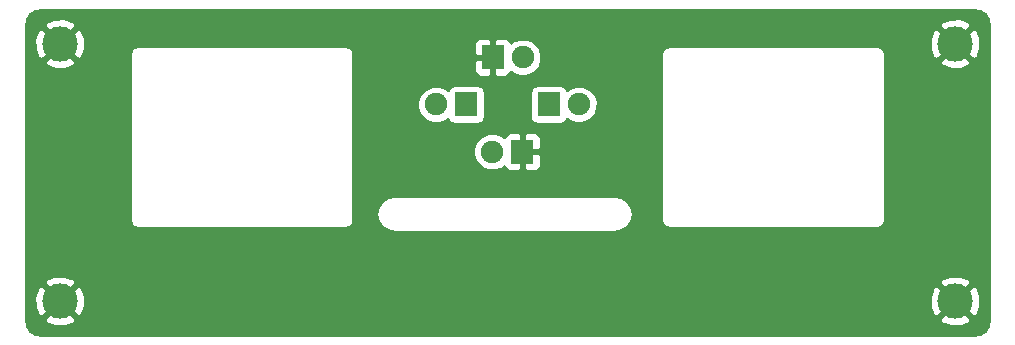
<source format=gbr>
G04 #@! TF.FileFunction,Copper,L1,Top,Signal*
%FSLAX46Y46*%
G04 Gerber Fmt 4.6, Leading zero omitted, Abs format (unit mm)*
G04 Created by KiCad (PCBNEW 4.0.6) date Sunday, 17 September 2017 'PMt' 18:00:55*
%MOMM*%
%LPD*%
G01*
G04 APERTURE LIST*
%ADD10C,0.100000*%
%ADD11C,3.000000*%
%ADD12R,1.900000X2.000000*%
%ADD13C,1.900000*%
%ADD14C,0.254000*%
G04 APERTURE END LIST*
D10*
D11*
X179400000Y-73600000D03*
X179400000Y-95400000D03*
X103600000Y-95400000D03*
X103600000Y-73600000D03*
D12*
X145000000Y-78750000D03*
D13*
X147540000Y-78750000D03*
D12*
X140250000Y-74750000D03*
D13*
X142790000Y-74750000D03*
D12*
X138000000Y-78750000D03*
D13*
X135460000Y-78750000D03*
D12*
X142750000Y-82750000D03*
D13*
X140210000Y-82750000D03*
D14*
G36*
X181488338Y-70821046D02*
X181902333Y-71097669D01*
X182178953Y-71511660D01*
X182290000Y-72069931D01*
X182290000Y-96930069D01*
X182178953Y-97488340D01*
X181902333Y-97902331D01*
X181488338Y-98178954D01*
X180930069Y-98290000D01*
X102069931Y-98290000D01*
X101511660Y-98178953D01*
X101097669Y-97902333D01*
X100821046Y-97488338D01*
X100710000Y-96930069D01*
X100710000Y-96913970D01*
X102265635Y-96913970D01*
X102425418Y-97232739D01*
X103216187Y-97542723D01*
X104065387Y-97526497D01*
X104774582Y-97232739D01*
X104934365Y-96913970D01*
X178065635Y-96913970D01*
X178225418Y-97232739D01*
X179016187Y-97542723D01*
X179865387Y-97526497D01*
X180574582Y-97232739D01*
X180734365Y-96913970D01*
X179400000Y-95579605D01*
X178065635Y-96913970D01*
X104934365Y-96913970D01*
X103600000Y-95579605D01*
X102265635Y-96913970D01*
X100710000Y-96913970D01*
X100710000Y-95016187D01*
X101457277Y-95016187D01*
X101473503Y-95865387D01*
X101767261Y-96574582D01*
X102086030Y-96734365D01*
X103420395Y-95400000D01*
X103779605Y-95400000D01*
X105113970Y-96734365D01*
X105432739Y-96574582D01*
X105742723Y-95783813D01*
X105728056Y-95016187D01*
X177257277Y-95016187D01*
X177273503Y-95865387D01*
X177567261Y-96574582D01*
X177886030Y-96734365D01*
X179220395Y-95400000D01*
X179579605Y-95400000D01*
X180913970Y-96734365D01*
X181232739Y-96574582D01*
X181542723Y-95783813D01*
X181526497Y-94934613D01*
X181232739Y-94225418D01*
X180913970Y-94065635D01*
X179579605Y-95400000D01*
X179220395Y-95400000D01*
X177886030Y-94065635D01*
X177567261Y-94225418D01*
X177257277Y-95016187D01*
X105728056Y-95016187D01*
X105726497Y-94934613D01*
X105432739Y-94225418D01*
X105113970Y-94065635D01*
X103779605Y-95400000D01*
X103420395Y-95400000D01*
X102086030Y-94065635D01*
X101767261Y-94225418D01*
X101457277Y-95016187D01*
X100710000Y-95016187D01*
X100710000Y-93886030D01*
X102265635Y-93886030D01*
X103600000Y-95220395D01*
X104934365Y-93886030D01*
X178065635Y-93886030D01*
X179400000Y-95220395D01*
X180734365Y-93886030D01*
X180574582Y-93567261D01*
X179783813Y-93257277D01*
X178934613Y-93273503D01*
X178225418Y-93567261D01*
X178065635Y-93886030D01*
X104934365Y-93886030D01*
X104774582Y-93567261D01*
X103983813Y-93257277D01*
X103134613Y-93273503D01*
X102425418Y-93567261D01*
X102265635Y-93886030D01*
X100710000Y-93886030D01*
X100710000Y-75113970D01*
X102265635Y-75113970D01*
X102425418Y-75432739D01*
X103216187Y-75742723D01*
X104065387Y-75726497D01*
X104774582Y-75432739D01*
X104934365Y-75113970D01*
X103600000Y-73779605D01*
X102265635Y-75113970D01*
X100710000Y-75113970D01*
X100710000Y-73216187D01*
X101457277Y-73216187D01*
X101473503Y-74065387D01*
X101767261Y-74774582D01*
X102086030Y-74934365D01*
X103420395Y-73600000D01*
X103779605Y-73600000D01*
X105113970Y-74934365D01*
X105432739Y-74774582D01*
X105540376Y-74500000D01*
X109540000Y-74500000D01*
X109540000Y-88500000D01*
X109594046Y-88771705D01*
X109747954Y-89002046D01*
X109978295Y-89155954D01*
X110250000Y-89210000D01*
X127750000Y-89210000D01*
X128021705Y-89155954D01*
X128252046Y-89002046D01*
X128405954Y-88771705D01*
X128460000Y-88500000D01*
X128460000Y-88000000D01*
X130406648Y-88000000D01*
X130523493Y-88587419D01*
X130856239Y-89085409D01*
X131354229Y-89418155D01*
X131941648Y-89535000D01*
X150558352Y-89535000D01*
X151145771Y-89418155D01*
X151643761Y-89085409D01*
X151976507Y-88587419D01*
X152093352Y-88000000D01*
X151976507Y-87412581D01*
X151643761Y-86914591D01*
X151145771Y-86581845D01*
X150558352Y-86465000D01*
X131941648Y-86465000D01*
X131354229Y-86581845D01*
X130856239Y-86914591D01*
X130523493Y-87412581D01*
X130406648Y-88000000D01*
X128460000Y-88000000D01*
X128460000Y-83063893D01*
X138624725Y-83063893D01*
X138865519Y-83646657D01*
X139310997Y-84092914D01*
X139893341Y-84334724D01*
X140523893Y-84335275D01*
X141106657Y-84094481D01*
X141211867Y-83989455D01*
X141261673Y-84109698D01*
X141440301Y-84288327D01*
X141673690Y-84385000D01*
X142464250Y-84385000D01*
X142623000Y-84226250D01*
X142623000Y-82877000D01*
X142877000Y-82877000D01*
X142877000Y-84226250D01*
X143035750Y-84385000D01*
X143826310Y-84385000D01*
X144059699Y-84288327D01*
X144238327Y-84109698D01*
X144335000Y-83876309D01*
X144335000Y-83035750D01*
X144176250Y-82877000D01*
X142877000Y-82877000D01*
X142623000Y-82877000D01*
X142603000Y-82877000D01*
X142603000Y-82623000D01*
X142623000Y-82623000D01*
X142623000Y-81273750D01*
X142877000Y-81273750D01*
X142877000Y-82623000D01*
X144176250Y-82623000D01*
X144335000Y-82464250D01*
X144335000Y-81623691D01*
X144238327Y-81390302D01*
X144059699Y-81211673D01*
X143826310Y-81115000D01*
X143035750Y-81115000D01*
X142877000Y-81273750D01*
X142623000Y-81273750D01*
X142464250Y-81115000D01*
X141673690Y-81115000D01*
X141440301Y-81211673D01*
X141261673Y-81390302D01*
X141211988Y-81510251D01*
X141109003Y-81407086D01*
X140526659Y-81165276D01*
X139896107Y-81164725D01*
X139313343Y-81405519D01*
X138867086Y-81850997D01*
X138625276Y-82433341D01*
X138624725Y-83063893D01*
X128460000Y-83063893D01*
X128460000Y-79063893D01*
X133874725Y-79063893D01*
X134115519Y-79646657D01*
X134560997Y-80092914D01*
X135143341Y-80334724D01*
X135773893Y-80335275D01*
X136356657Y-80094481D01*
X136454337Y-79996971D01*
X136585910Y-80201441D01*
X136798110Y-80346431D01*
X137050000Y-80397440D01*
X138950000Y-80397440D01*
X139185317Y-80353162D01*
X139401441Y-80214090D01*
X139546431Y-80001890D01*
X139597440Y-79750000D01*
X139597440Y-77750000D01*
X143402560Y-77750000D01*
X143402560Y-79750000D01*
X143446838Y-79985317D01*
X143585910Y-80201441D01*
X143798110Y-80346431D01*
X144050000Y-80397440D01*
X145950000Y-80397440D01*
X146185317Y-80353162D01*
X146401441Y-80214090D01*
X146546431Y-80001890D01*
X146547055Y-79998808D01*
X146640997Y-80092914D01*
X147223341Y-80334724D01*
X147853893Y-80335275D01*
X148436657Y-80094481D01*
X148882914Y-79649003D01*
X149124724Y-79066659D01*
X149125275Y-78436107D01*
X148884481Y-77853343D01*
X148439003Y-77407086D01*
X147856659Y-77165276D01*
X147226107Y-77164725D01*
X146643343Y-77405519D01*
X146545663Y-77503029D01*
X146414090Y-77298559D01*
X146201890Y-77153569D01*
X145950000Y-77102560D01*
X144050000Y-77102560D01*
X143814683Y-77146838D01*
X143598559Y-77285910D01*
X143453569Y-77498110D01*
X143402560Y-77750000D01*
X139597440Y-77750000D01*
X139553162Y-77514683D01*
X139414090Y-77298559D01*
X139201890Y-77153569D01*
X138950000Y-77102560D01*
X137050000Y-77102560D01*
X136814683Y-77146838D01*
X136598559Y-77285910D01*
X136453569Y-77498110D01*
X136452945Y-77501192D01*
X136359003Y-77407086D01*
X135776659Y-77165276D01*
X135146107Y-77164725D01*
X134563343Y-77405519D01*
X134117086Y-77850997D01*
X133875276Y-78433341D01*
X133874725Y-79063893D01*
X128460000Y-79063893D01*
X128460000Y-75035750D01*
X138665000Y-75035750D01*
X138665000Y-75876309D01*
X138761673Y-76109698D01*
X138940301Y-76288327D01*
X139173690Y-76385000D01*
X139964250Y-76385000D01*
X140123000Y-76226250D01*
X140123000Y-74877000D01*
X138823750Y-74877000D01*
X138665000Y-75035750D01*
X128460000Y-75035750D01*
X128460000Y-74500000D01*
X128405954Y-74228295D01*
X128252046Y-73997954D01*
X128021705Y-73844046D01*
X127750000Y-73790000D01*
X110250000Y-73790000D01*
X109978295Y-73844046D01*
X109747954Y-73997954D01*
X109594046Y-74228295D01*
X109540000Y-74500000D01*
X105540376Y-74500000D01*
X105742723Y-73983813D01*
X105735843Y-73623691D01*
X138665000Y-73623691D01*
X138665000Y-74464250D01*
X138823750Y-74623000D01*
X140123000Y-74623000D01*
X140123000Y-73273750D01*
X140377000Y-73273750D01*
X140377000Y-74623000D01*
X140397000Y-74623000D01*
X140397000Y-74877000D01*
X140377000Y-74877000D01*
X140377000Y-76226250D01*
X140535750Y-76385000D01*
X141326310Y-76385000D01*
X141559699Y-76288327D01*
X141738327Y-76109698D01*
X141788012Y-75989749D01*
X141890997Y-76092914D01*
X142473341Y-76334724D01*
X143103893Y-76335275D01*
X143686657Y-76094481D01*
X144132914Y-75649003D01*
X144374724Y-75066659D01*
X144375219Y-74500000D01*
X154540000Y-74500000D01*
X154540000Y-88500000D01*
X154594046Y-88771705D01*
X154747954Y-89002046D01*
X154978295Y-89155954D01*
X155250000Y-89210000D01*
X172750000Y-89210000D01*
X173021705Y-89155954D01*
X173252046Y-89002046D01*
X173405954Y-88771705D01*
X173460000Y-88500000D01*
X173460000Y-75113970D01*
X178065635Y-75113970D01*
X178225418Y-75432739D01*
X179016187Y-75742723D01*
X179865387Y-75726497D01*
X180574582Y-75432739D01*
X180734365Y-75113970D01*
X179400000Y-73779605D01*
X178065635Y-75113970D01*
X173460000Y-75113970D01*
X173460000Y-74500000D01*
X173405954Y-74228295D01*
X173252046Y-73997954D01*
X173021705Y-73844046D01*
X172750000Y-73790000D01*
X155250000Y-73790000D01*
X154978295Y-73844046D01*
X154747954Y-73997954D01*
X154594046Y-74228295D01*
X154540000Y-74500000D01*
X144375219Y-74500000D01*
X144375275Y-74436107D01*
X144134481Y-73853343D01*
X143689003Y-73407086D01*
X143229267Y-73216187D01*
X177257277Y-73216187D01*
X177273503Y-74065387D01*
X177567261Y-74774582D01*
X177886030Y-74934365D01*
X179220395Y-73600000D01*
X179579605Y-73600000D01*
X180913970Y-74934365D01*
X181232739Y-74774582D01*
X181542723Y-73983813D01*
X181526497Y-73134613D01*
X181232739Y-72425418D01*
X180913970Y-72265635D01*
X179579605Y-73600000D01*
X179220395Y-73600000D01*
X177886030Y-72265635D01*
X177567261Y-72425418D01*
X177257277Y-73216187D01*
X143229267Y-73216187D01*
X143106659Y-73165276D01*
X142476107Y-73164725D01*
X141893343Y-73405519D01*
X141788133Y-73510545D01*
X141738327Y-73390302D01*
X141559699Y-73211673D01*
X141326310Y-73115000D01*
X140535750Y-73115000D01*
X140377000Y-73273750D01*
X140123000Y-73273750D01*
X139964250Y-73115000D01*
X139173690Y-73115000D01*
X138940301Y-73211673D01*
X138761673Y-73390302D01*
X138665000Y-73623691D01*
X105735843Y-73623691D01*
X105726497Y-73134613D01*
X105432739Y-72425418D01*
X105113970Y-72265635D01*
X103779605Y-73600000D01*
X103420395Y-73600000D01*
X102086030Y-72265635D01*
X101767261Y-72425418D01*
X101457277Y-73216187D01*
X100710000Y-73216187D01*
X100710000Y-72086030D01*
X102265635Y-72086030D01*
X103600000Y-73420395D01*
X104934365Y-72086030D01*
X178065635Y-72086030D01*
X179400000Y-73420395D01*
X180734365Y-72086030D01*
X180574582Y-71767261D01*
X179783813Y-71457277D01*
X178934613Y-71473503D01*
X178225418Y-71767261D01*
X178065635Y-72086030D01*
X104934365Y-72086030D01*
X104774582Y-71767261D01*
X103983813Y-71457277D01*
X103134613Y-71473503D01*
X102425418Y-71767261D01*
X102265635Y-72086030D01*
X100710000Y-72086030D01*
X100710000Y-72069931D01*
X100821046Y-71511662D01*
X101097669Y-71097667D01*
X101511660Y-70821047D01*
X102069931Y-70710000D01*
X180930069Y-70710000D01*
X181488338Y-70821046D01*
X181488338Y-70821046D01*
G37*
X181488338Y-70821046D02*
X181902333Y-71097669D01*
X182178953Y-71511660D01*
X182290000Y-72069931D01*
X182290000Y-96930069D01*
X182178953Y-97488340D01*
X181902333Y-97902331D01*
X181488338Y-98178954D01*
X180930069Y-98290000D01*
X102069931Y-98290000D01*
X101511660Y-98178953D01*
X101097669Y-97902333D01*
X100821046Y-97488338D01*
X100710000Y-96930069D01*
X100710000Y-96913970D01*
X102265635Y-96913970D01*
X102425418Y-97232739D01*
X103216187Y-97542723D01*
X104065387Y-97526497D01*
X104774582Y-97232739D01*
X104934365Y-96913970D01*
X178065635Y-96913970D01*
X178225418Y-97232739D01*
X179016187Y-97542723D01*
X179865387Y-97526497D01*
X180574582Y-97232739D01*
X180734365Y-96913970D01*
X179400000Y-95579605D01*
X178065635Y-96913970D01*
X104934365Y-96913970D01*
X103600000Y-95579605D01*
X102265635Y-96913970D01*
X100710000Y-96913970D01*
X100710000Y-95016187D01*
X101457277Y-95016187D01*
X101473503Y-95865387D01*
X101767261Y-96574582D01*
X102086030Y-96734365D01*
X103420395Y-95400000D01*
X103779605Y-95400000D01*
X105113970Y-96734365D01*
X105432739Y-96574582D01*
X105742723Y-95783813D01*
X105728056Y-95016187D01*
X177257277Y-95016187D01*
X177273503Y-95865387D01*
X177567261Y-96574582D01*
X177886030Y-96734365D01*
X179220395Y-95400000D01*
X179579605Y-95400000D01*
X180913970Y-96734365D01*
X181232739Y-96574582D01*
X181542723Y-95783813D01*
X181526497Y-94934613D01*
X181232739Y-94225418D01*
X180913970Y-94065635D01*
X179579605Y-95400000D01*
X179220395Y-95400000D01*
X177886030Y-94065635D01*
X177567261Y-94225418D01*
X177257277Y-95016187D01*
X105728056Y-95016187D01*
X105726497Y-94934613D01*
X105432739Y-94225418D01*
X105113970Y-94065635D01*
X103779605Y-95400000D01*
X103420395Y-95400000D01*
X102086030Y-94065635D01*
X101767261Y-94225418D01*
X101457277Y-95016187D01*
X100710000Y-95016187D01*
X100710000Y-93886030D01*
X102265635Y-93886030D01*
X103600000Y-95220395D01*
X104934365Y-93886030D01*
X178065635Y-93886030D01*
X179400000Y-95220395D01*
X180734365Y-93886030D01*
X180574582Y-93567261D01*
X179783813Y-93257277D01*
X178934613Y-93273503D01*
X178225418Y-93567261D01*
X178065635Y-93886030D01*
X104934365Y-93886030D01*
X104774582Y-93567261D01*
X103983813Y-93257277D01*
X103134613Y-93273503D01*
X102425418Y-93567261D01*
X102265635Y-93886030D01*
X100710000Y-93886030D01*
X100710000Y-75113970D01*
X102265635Y-75113970D01*
X102425418Y-75432739D01*
X103216187Y-75742723D01*
X104065387Y-75726497D01*
X104774582Y-75432739D01*
X104934365Y-75113970D01*
X103600000Y-73779605D01*
X102265635Y-75113970D01*
X100710000Y-75113970D01*
X100710000Y-73216187D01*
X101457277Y-73216187D01*
X101473503Y-74065387D01*
X101767261Y-74774582D01*
X102086030Y-74934365D01*
X103420395Y-73600000D01*
X103779605Y-73600000D01*
X105113970Y-74934365D01*
X105432739Y-74774582D01*
X105540376Y-74500000D01*
X109540000Y-74500000D01*
X109540000Y-88500000D01*
X109594046Y-88771705D01*
X109747954Y-89002046D01*
X109978295Y-89155954D01*
X110250000Y-89210000D01*
X127750000Y-89210000D01*
X128021705Y-89155954D01*
X128252046Y-89002046D01*
X128405954Y-88771705D01*
X128460000Y-88500000D01*
X128460000Y-88000000D01*
X130406648Y-88000000D01*
X130523493Y-88587419D01*
X130856239Y-89085409D01*
X131354229Y-89418155D01*
X131941648Y-89535000D01*
X150558352Y-89535000D01*
X151145771Y-89418155D01*
X151643761Y-89085409D01*
X151976507Y-88587419D01*
X152093352Y-88000000D01*
X151976507Y-87412581D01*
X151643761Y-86914591D01*
X151145771Y-86581845D01*
X150558352Y-86465000D01*
X131941648Y-86465000D01*
X131354229Y-86581845D01*
X130856239Y-86914591D01*
X130523493Y-87412581D01*
X130406648Y-88000000D01*
X128460000Y-88000000D01*
X128460000Y-83063893D01*
X138624725Y-83063893D01*
X138865519Y-83646657D01*
X139310997Y-84092914D01*
X139893341Y-84334724D01*
X140523893Y-84335275D01*
X141106657Y-84094481D01*
X141211867Y-83989455D01*
X141261673Y-84109698D01*
X141440301Y-84288327D01*
X141673690Y-84385000D01*
X142464250Y-84385000D01*
X142623000Y-84226250D01*
X142623000Y-82877000D01*
X142877000Y-82877000D01*
X142877000Y-84226250D01*
X143035750Y-84385000D01*
X143826310Y-84385000D01*
X144059699Y-84288327D01*
X144238327Y-84109698D01*
X144335000Y-83876309D01*
X144335000Y-83035750D01*
X144176250Y-82877000D01*
X142877000Y-82877000D01*
X142623000Y-82877000D01*
X142603000Y-82877000D01*
X142603000Y-82623000D01*
X142623000Y-82623000D01*
X142623000Y-81273750D01*
X142877000Y-81273750D01*
X142877000Y-82623000D01*
X144176250Y-82623000D01*
X144335000Y-82464250D01*
X144335000Y-81623691D01*
X144238327Y-81390302D01*
X144059699Y-81211673D01*
X143826310Y-81115000D01*
X143035750Y-81115000D01*
X142877000Y-81273750D01*
X142623000Y-81273750D01*
X142464250Y-81115000D01*
X141673690Y-81115000D01*
X141440301Y-81211673D01*
X141261673Y-81390302D01*
X141211988Y-81510251D01*
X141109003Y-81407086D01*
X140526659Y-81165276D01*
X139896107Y-81164725D01*
X139313343Y-81405519D01*
X138867086Y-81850997D01*
X138625276Y-82433341D01*
X138624725Y-83063893D01*
X128460000Y-83063893D01*
X128460000Y-79063893D01*
X133874725Y-79063893D01*
X134115519Y-79646657D01*
X134560997Y-80092914D01*
X135143341Y-80334724D01*
X135773893Y-80335275D01*
X136356657Y-80094481D01*
X136454337Y-79996971D01*
X136585910Y-80201441D01*
X136798110Y-80346431D01*
X137050000Y-80397440D01*
X138950000Y-80397440D01*
X139185317Y-80353162D01*
X139401441Y-80214090D01*
X139546431Y-80001890D01*
X139597440Y-79750000D01*
X139597440Y-77750000D01*
X143402560Y-77750000D01*
X143402560Y-79750000D01*
X143446838Y-79985317D01*
X143585910Y-80201441D01*
X143798110Y-80346431D01*
X144050000Y-80397440D01*
X145950000Y-80397440D01*
X146185317Y-80353162D01*
X146401441Y-80214090D01*
X146546431Y-80001890D01*
X146547055Y-79998808D01*
X146640997Y-80092914D01*
X147223341Y-80334724D01*
X147853893Y-80335275D01*
X148436657Y-80094481D01*
X148882914Y-79649003D01*
X149124724Y-79066659D01*
X149125275Y-78436107D01*
X148884481Y-77853343D01*
X148439003Y-77407086D01*
X147856659Y-77165276D01*
X147226107Y-77164725D01*
X146643343Y-77405519D01*
X146545663Y-77503029D01*
X146414090Y-77298559D01*
X146201890Y-77153569D01*
X145950000Y-77102560D01*
X144050000Y-77102560D01*
X143814683Y-77146838D01*
X143598559Y-77285910D01*
X143453569Y-77498110D01*
X143402560Y-77750000D01*
X139597440Y-77750000D01*
X139553162Y-77514683D01*
X139414090Y-77298559D01*
X139201890Y-77153569D01*
X138950000Y-77102560D01*
X137050000Y-77102560D01*
X136814683Y-77146838D01*
X136598559Y-77285910D01*
X136453569Y-77498110D01*
X136452945Y-77501192D01*
X136359003Y-77407086D01*
X135776659Y-77165276D01*
X135146107Y-77164725D01*
X134563343Y-77405519D01*
X134117086Y-77850997D01*
X133875276Y-78433341D01*
X133874725Y-79063893D01*
X128460000Y-79063893D01*
X128460000Y-75035750D01*
X138665000Y-75035750D01*
X138665000Y-75876309D01*
X138761673Y-76109698D01*
X138940301Y-76288327D01*
X139173690Y-76385000D01*
X139964250Y-76385000D01*
X140123000Y-76226250D01*
X140123000Y-74877000D01*
X138823750Y-74877000D01*
X138665000Y-75035750D01*
X128460000Y-75035750D01*
X128460000Y-74500000D01*
X128405954Y-74228295D01*
X128252046Y-73997954D01*
X128021705Y-73844046D01*
X127750000Y-73790000D01*
X110250000Y-73790000D01*
X109978295Y-73844046D01*
X109747954Y-73997954D01*
X109594046Y-74228295D01*
X109540000Y-74500000D01*
X105540376Y-74500000D01*
X105742723Y-73983813D01*
X105735843Y-73623691D01*
X138665000Y-73623691D01*
X138665000Y-74464250D01*
X138823750Y-74623000D01*
X140123000Y-74623000D01*
X140123000Y-73273750D01*
X140377000Y-73273750D01*
X140377000Y-74623000D01*
X140397000Y-74623000D01*
X140397000Y-74877000D01*
X140377000Y-74877000D01*
X140377000Y-76226250D01*
X140535750Y-76385000D01*
X141326310Y-76385000D01*
X141559699Y-76288327D01*
X141738327Y-76109698D01*
X141788012Y-75989749D01*
X141890997Y-76092914D01*
X142473341Y-76334724D01*
X143103893Y-76335275D01*
X143686657Y-76094481D01*
X144132914Y-75649003D01*
X144374724Y-75066659D01*
X144375219Y-74500000D01*
X154540000Y-74500000D01*
X154540000Y-88500000D01*
X154594046Y-88771705D01*
X154747954Y-89002046D01*
X154978295Y-89155954D01*
X155250000Y-89210000D01*
X172750000Y-89210000D01*
X173021705Y-89155954D01*
X173252046Y-89002046D01*
X173405954Y-88771705D01*
X173460000Y-88500000D01*
X173460000Y-75113970D01*
X178065635Y-75113970D01*
X178225418Y-75432739D01*
X179016187Y-75742723D01*
X179865387Y-75726497D01*
X180574582Y-75432739D01*
X180734365Y-75113970D01*
X179400000Y-73779605D01*
X178065635Y-75113970D01*
X173460000Y-75113970D01*
X173460000Y-74500000D01*
X173405954Y-74228295D01*
X173252046Y-73997954D01*
X173021705Y-73844046D01*
X172750000Y-73790000D01*
X155250000Y-73790000D01*
X154978295Y-73844046D01*
X154747954Y-73997954D01*
X154594046Y-74228295D01*
X154540000Y-74500000D01*
X144375219Y-74500000D01*
X144375275Y-74436107D01*
X144134481Y-73853343D01*
X143689003Y-73407086D01*
X143229267Y-73216187D01*
X177257277Y-73216187D01*
X177273503Y-74065387D01*
X177567261Y-74774582D01*
X177886030Y-74934365D01*
X179220395Y-73600000D01*
X179579605Y-73600000D01*
X180913970Y-74934365D01*
X181232739Y-74774582D01*
X181542723Y-73983813D01*
X181526497Y-73134613D01*
X181232739Y-72425418D01*
X180913970Y-72265635D01*
X179579605Y-73600000D01*
X179220395Y-73600000D01*
X177886030Y-72265635D01*
X177567261Y-72425418D01*
X177257277Y-73216187D01*
X143229267Y-73216187D01*
X143106659Y-73165276D01*
X142476107Y-73164725D01*
X141893343Y-73405519D01*
X141788133Y-73510545D01*
X141738327Y-73390302D01*
X141559699Y-73211673D01*
X141326310Y-73115000D01*
X140535750Y-73115000D01*
X140377000Y-73273750D01*
X140123000Y-73273750D01*
X139964250Y-73115000D01*
X139173690Y-73115000D01*
X138940301Y-73211673D01*
X138761673Y-73390302D01*
X138665000Y-73623691D01*
X105735843Y-73623691D01*
X105726497Y-73134613D01*
X105432739Y-72425418D01*
X105113970Y-72265635D01*
X103779605Y-73600000D01*
X103420395Y-73600000D01*
X102086030Y-72265635D01*
X101767261Y-72425418D01*
X101457277Y-73216187D01*
X100710000Y-73216187D01*
X100710000Y-72086030D01*
X102265635Y-72086030D01*
X103600000Y-73420395D01*
X104934365Y-72086030D01*
X178065635Y-72086030D01*
X179400000Y-73420395D01*
X180734365Y-72086030D01*
X180574582Y-71767261D01*
X179783813Y-71457277D01*
X178934613Y-71473503D01*
X178225418Y-71767261D01*
X178065635Y-72086030D01*
X104934365Y-72086030D01*
X104774582Y-71767261D01*
X103983813Y-71457277D01*
X103134613Y-71473503D01*
X102425418Y-71767261D01*
X102265635Y-72086030D01*
X100710000Y-72086030D01*
X100710000Y-72069931D01*
X100821046Y-71511662D01*
X101097669Y-71097667D01*
X101511660Y-70821047D01*
X102069931Y-70710000D01*
X180930069Y-70710000D01*
X181488338Y-70821046D01*
M02*

</source>
